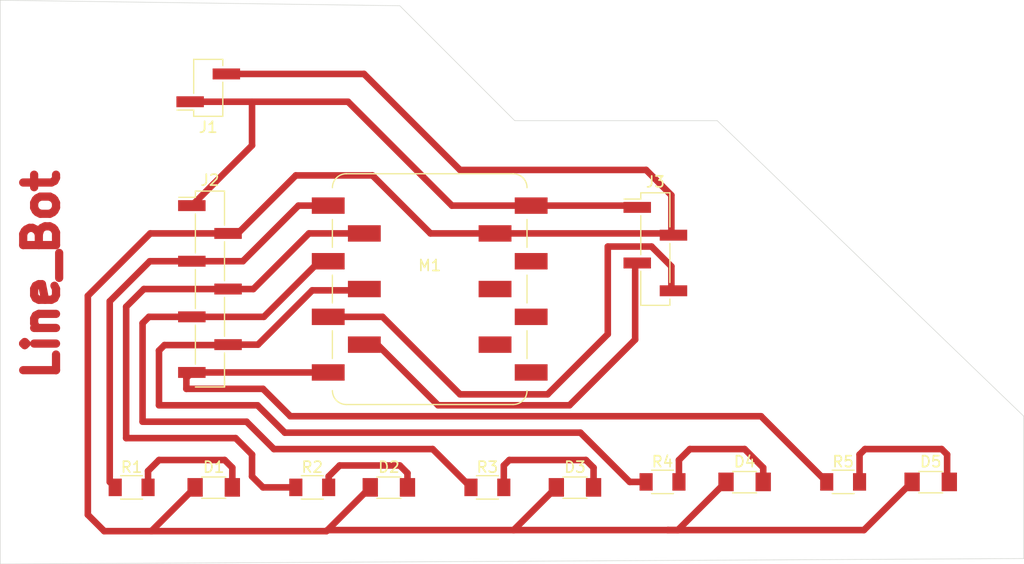
<source format=kicad_pcb>
(kicad_pcb (version 20240108) (generator "pcbnew") (generator_version "8.0")
  (layers (0 "F.Cu" signal) (31 "B.Cu" signal) (34 "B.Paste" user) (35 "F.Paste" user) (36 "B.SilkS" user "B.Silkscreen") (37 "F.SilkS" user "F.Silkscreen") (38 "B.Mask" user) (39 "F.Mask" user) (44 "Edge.Cuts" user))
  (net 0 "")
  (net 1 "Net-(D1-A)")
  (net 2 "GND")
  (net 3 "Net-(D2-A)")
  (net 4 "Net-(D3-A)")
  (net 5 "Net-(D4-A)")
  (net 6 "Net-(D5-A)")
  (net 7 "5V")
  (net 8 "A4")
  (net 9 "A1")
  (net 10 "A3")
  (net 11 "A0")
  (net 12 "A2")
  (net 13 "SDA")
  (net 14 "SCL")
  (footprint "fab:R_1206" (layer "F.Cu") (at 178.5 114.5)
    (property "Reference" "R2" (at 0 -1.85 0) (layer "F.SilkS"))
    (property "Value" "R_1206")
    (fp_line (start -1 -1.07) (end 1 -1.07) (stroke (width 0.12)) (layer "F.SilkS"))
    (fp_line (start 1 1.07) (end -1 1.07) (stroke (width 0.12)) (layer "F.SilkS"))
    (pad "1" smd rect (at -1.5 0) (size 1.2 1.6) (layers "F.Cu" "F.Paste" "F.Mask") (net 9 "A1"))
    (pad "2" smd rect (at 1.5 0) (size 1.2 1.6) (layers "F.Cu" "F.Paste" "F.Mask") (net 3 "Net-(D2-A)"))
  )
  (footprint "fab:LED_1206" (layer "F.Cu") (at 185.5 114.5)
    (property "Reference" "D2" (at 0 -1.85 0) (layer "F.SilkS"))
    (property "Value" "LED_1206")
    (fp_line (start -1.1 -0.95) (end 1.1 -0.95) (stroke (width 0.12)) (layer "F.SilkS"))
    (fp_line (start -1.1 1) (end 1.1 1) (stroke (width 0.12)) (layer "F.SilkS"))
    (pad "1" smd rect (at -1.7 0) (size 1.4 1.7) (layers "F.Cu" "F.Paste" "F.Mask") (net 2 "GND"))
    (pad "2" smd rect (at 1.7 0) (size 1.4 1.7) (layers "F.Cu" "F.Paste" "F.Mask") (net 3 "Net-(D2-A)"))
  )
  (footprint "fab:R_1206" (layer "F.Cu") (at 210.5 114)
    (property "Reference" "R4" (at 0 -1.85 0) (layer "F.SilkS"))
    (property "Value" "R_1206")
    (fp_line (start -1 -1.07) (end 1 -1.07) (stroke (width 0.12)) (layer "F.SilkS"))
    (fp_line (start 1 1.07) (end -1 1.07) (stroke (width 0.12)) (layer "F.SilkS"))
    (pad "1" smd rect (at -1.5 0) (size 1.2 1.6) (layers "F.Cu" "F.Paste" "F.Mask") (net 10 "A3"))
    (pad "2" smd rect (at 1.5 0) (size 1.2 1.6) (layers "F.Cu" "F.Paste" "F.Mask") (net 5 "Net-(D4-A)"))
  )
  (footprint "fab:LED_1206" (layer "F.Cu") (at 202.5 114.5)
    (property "Reference" "D3" (at 0 -1.85 0) (layer "F.SilkS"))
    (property "Value" "LED_1206")
    (fp_line (start -1.1 -0.95) (end 1.1 -0.95) (stroke (width 0.12)) (layer "F.SilkS"))
    (fp_line (start -1.1 1) (end 1.1 1) (stroke (width 0.12)) (layer "F.SilkS"))
    (pad "1" smd rect (at -1.7 0) (size 1.4 1.7) (layers "F.Cu" "F.Paste" "F.Mask") (net 2 "GND"))
    (pad "2" smd rect (at 1.7 0) (size 1.4 1.7) (layers "F.Cu" "F.Paste" "F.Mask") (net 4 "Net-(D3-A)"))
  )
  (footprint "fab:LED_1206" (layer "F.Cu") (at 235 114)
    (property "Reference" "D5" (at 0 -1.85 0) (layer "F.SilkS"))
    (property "Value" "LED_1206")
    (fp_line (start -1.1 -0.95) (end 1.1 -0.95) (stroke (width 0.12)) (layer "F.SilkS"))
    (fp_line (start -1.1 1) (end 1.1 1) (stroke (width 0.12)) (layer "F.SilkS"))
    (pad "1" smd rect (at -1.7 0) (size 1.4 1.7) (layers "F.Cu" "F.Paste" "F.Mask") (net 2 "GND"))
    (pad "2" smd rect (at 1.7 0) (size 1.4 1.7) (layers "F.Cu" "F.Paste" "F.Mask") (net 6 "Net-(D5-A)"))
  )
  (footprint "fab:R_1206" (layer "F.Cu") (at 162 114.5)
    (property "Reference" "R1" (at 0 -1.85 0) (layer "F.SilkS"))
    (property "Value" "R_1206")
    (fp_line (start -1 -1.07) (end 1 -1.07) (stroke (width 0.12)) (layer "F.SilkS"))
    (fp_line (start 1 1.07) (end -1 1.07) (stroke (width 0.12)) (layer "F.SilkS"))
    (pad "1" smd rect (at -1.5 0) (size 1.2 1.6) (layers "F.Cu" "F.Paste" "F.Mask") (net 11 "A0"))
    (pad "2" smd rect (at 1.5 0) (size 1.2 1.6) (layers "F.Cu" "F.Paste" "F.Mask") (net 1 "Net-(D1-A)"))
  )
  (footprint "Connector_PinHeader_2.54mm:PinHeader_1x02_P2.54mm_Vertical_SMD_Pin1Right" (layer "F.Cu") (at 169 78 180)
    (property "Reference" "J1" (at 0 -3.6 360) (layer "F.SilkS"))
    (property "Value" "PinHeader_01x02_P2.54mm_Horizontal_SMD")
    (fp_line (start 1.33 -0.51) (end 1.33 2.6) (stroke (width 0.12)) (layer "F.SilkS"))
    (fp_line (start 1.33 -2.03) (end 2.85 -2.03) (stroke (width 0.12)) (layer "F.SilkS"))
    (fp_line (start 1.33 -2.6) (end 1.33 -2.03) (stroke (width 0.12)) (layer "F.SilkS"))
    (fp_line (start -1.33 2.6) (end 1.33 2.6) (stroke (width 0.12)) (layer "F.SilkS"))
    (fp_line (start -1.33 2.03) (end -1.33 2.6) (stroke (width 0.12)) (layer "F.SilkS"))
    (fp_line (start -1.33 -2.6) (end 1.33 -2.6) (stroke (width 0.12)) (layer "F.SilkS"))
    (fp_line (start -1.33 -2.6) (end -1.33 0.51) (stroke (width 0.12)) (layer "F.SilkS"))
    (pad "1" smd rect (at 1.655 -1.27 180) (size 2.51 1) (layers "F.Cu" "F.Paste" "F.Mask") (net 7 "5V"))
    (pad "2" smd rect (at -1.655 1.27 180) (size 2.51 1) (layers "F.Cu" "F.Paste" "F.Mask") (net 2 "GND"))
  )
  (footprint "fab:R_1206" (layer "F.Cu") (at 227 114)
    (property "Reference" "R5" (at 0 -1.85 0) (layer "F.SilkS"))
    (property "Value" "R_1206")
    (fp_line (start -1 -1.07) (end 1 -1.07) (stroke (width 0.12)) (layer "F.SilkS"))
    (fp_line (start 1 1.07) (end -1 1.07) (stroke (width 0.12)) (layer "F.SilkS"))
    (pad "1" smd rect (at -1.5 0) (size 1.2 1.6) (layers "F.Cu" "F.Paste" "F.Mask") (net 8 "A4"))
    (pad "2" smd rect (at 1.5 0) (size 1.2 1.6) (layers "F.Cu" "F.Paste" "F.Mask") (net 6 "Net-(D5-A)"))
  )
  (footprint "fab:LED_1206" (layer "F.Cu") (at 218 114)
    (property "Reference" "D4" (at 0 -1.85 0) (layer "F.SilkS"))
    (property "Value" "LED_1206")
    (fp_line (start -1.1 -0.95) (end 1.1 -0.95) (stroke (width 0.12)) (layer "F.SilkS"))
    (fp_line (start -1.1 1) (end 1.1 1) (stroke (width 0.12)) (layer "F.SilkS"))
    (pad "1" smd rect (at -1.7 0) (size 1.4 1.7) (layers "F.Cu" "F.Paste" "F.Mask") (net 2 "GND"))
    (pad "2" smd rect (at 1.7 0) (size 1.4 1.7) (layers "F.Cu" "F.Paste" "F.Mask") (net 5 "Net-(D4-A)"))
  )
  (footprint "Connector_PinHeader_2.54mm:PinHeader_1x07_P2.54mm_Vertical_SMD_Pin1Left" (layer "F.Cu") (at 169.155 96.38)
    (property "Reference" "J2" (at 0 -9.95 0) (layer "F.SilkS"))
    (property "Value" "PinHeader_01x07_P2.54mm_Horizontal_SMD")
    (fp_line (start -1.33 -8.95) (end -1.33 -8.38) (stroke (width 0.12)) (layer "F.SilkS"))
    (fp_line (start -1.33 -8.95) (end 1.33 -8.95) (stroke (width 0.12)) (layer "F.SilkS"))
    (fp_line (start -1.33 -8.38) (end -2.85 -8.38) (stroke (width 0.12)) (layer "F.SilkS"))
    (fp_line (start -1.33 -6.86) (end -1.33 -3.3) (stroke (width 0.12)) (layer "F.SilkS"))
    (fp_line (start -1.33 -1.78) (end -1.33 1.78) (stroke (width 0.12)) (layer "F.SilkS"))
    (fp_line (start -1.33 3.3) (end -1.33 6.86) (stroke (width 0.12)) (layer "F.SilkS"))
    (fp_line (start -1.33 8.95) (end 1.33 8.95) (stroke (width 0.12)) (layer "F.SilkS"))
    (fp_line (start 1.33 -8.95) (end 1.33 -5.84) (stroke (width 0.12)) (layer "F.SilkS"))
    (fp_line (start 1.33 -4.32) (end 1.33 -0.76) (stroke (width 0.12)) (layer "F.SilkS"))
    (fp_line (start 1.33 0.76) (end 1.33 4.32) (stroke (width 0.12)) (layer "F.SilkS"))
    (fp_line (start 1.33 5.84) (end 1.33 8.95) (stroke (width 0.12)) (layer "F.SilkS"))
    (fp_line (start 1.33 8.38) (end 1.33 8.95) (stroke (width 0.12)) (layer "F.SilkS"))
    (pad "1" smd rect (at -1.655 -7.62) (size 2.51 1) (layers "F.Cu" "F.Paste" "F.Mask") (net 7 "5V"))
    (pad "2" smd rect (at 1.655 -5.08) (size 2.51 1) (layers "F.Cu" "F.Paste" "F.Mask") (net 2 "GND"))
    (pad "3" smd rect (at -1.655 -2.54) (size 2.51 1) (layers "F.Cu" "F.Paste" "F.Mask") (net 11 "A0"))
    (pad "4" smd rect (at 1.655 0) (size 2.51 1) (layers "F.Cu" "F.Paste" "F.Mask") (net 9 "A1"))
    (pad "5" smd rect (at -1.655 2.54) (size 2.51 1) (layers "F.Cu" "F.Paste" "F.Mask") (net 12 "A2"))
    (pad "6" smd rect (at 1.655 5.08) (size 2.51 1) (layers "F.Cu" "F.Paste" "F.Mask") (net 10 "A3"))
    (pad "7" smd rect (at -1.655 7.62) (size 2.51 1) (layers "F.Cu" "F.Paste" "F.Mask") (net 8 "A4"))
  )
  (footprint "fab:Module_XIAO_Generic_SocketSMD" (layer "F.Cu") (at 189.23 96.38)
    (property "Reference" "M1" (at 0.0025 -2.149 0) (layer "F.SilkS"))
    (property "Value" "Module_XIAO_Generic_SocketSMD")
    (fp_line (start -8.89 -6.35) (end -8.89 -3.81) (stroke (width 0.12)) (layer "F.SilkS"))
    (fp_line (start -8.89 -1.27) (end -8.89 1.27) (stroke (width 0.12)) (layer "F.SilkS"))
    (fp_line (start -8.89 3.81) (end -8.89 6.35) (stroke (width 0.12)) (layer "F.SilkS"))
    (fp_line (start -7.6175 -10.531) (end 7.6225 -10.531) (stroke (width 0.12)) (layer "F.SilkS"))
    (fp_line (start 7.6225 10.551) (end -7.6175 10.551) (stroke (width 0.12)) (layer "F.SilkS"))
    (fp_line (start 8.89 -6.35) (end 8.89 -3.81) (stroke (width 0.12)) (layer "F.SilkS"))
    (fp_line (start 8.89 -1.27) (end 8.89 1.27) (stroke (width 0.12)) (layer "F.SilkS"))
    (fp_line (start 8.89 3.81) (end 8.89 6.35) (stroke (width 0.12)) (layer "F.SilkS"))
    (fp_arc (start -8.8875 -9.261) (mid -8.515526 -10.159026) (end -7.6175 -10.531) (stroke (width 0.12)) (layer "F.SilkS"))
    (fp_arc (start -7.6175 10.551) (mid -8.515526 10.179026) (end -8.8875 9.281) (stroke (width 0.12)) (layer "F.SilkS"))
    (fp_arc (start 7.6225 -10.531) (mid 8.520526 -10.159026) (end 8.8925 -9.261) (stroke (width 0.12)) (layer "F.SilkS"))
    (fp_arc (start 8.8925 9.281) (mid 8.520526 10.179026) (end 7.6225 10.551) (stroke (width 0.12)) (layer "F.SilkS"))
    (pad "1" smd rect (at -9.27 -7.62) (size 3 1.5) (layers "F.Cu" "F.Paste" "F.Mask") (net 11 "A0"))
    (pad "2" smd rect (at -5.97 -5.08) (size 3 1.5) (layers "F.Cu" "F.Paste" "F.Mask") (net 9 "A1"))
    (pad "3" smd rect (at -9.27 -2.54) (size 3 1.5) (layers "F.Cu" "F.Paste" "F.Mask") (net 12 "A2"))
    (pad "4" smd rect (at -5.97 0) (size 3 1.5) (layers "F.Cu" "F.Paste" "F.Mask") (net 10 "A3"))
    (pad "5" smd rect (at -9.27 2.54) (size 3 1.5) (layers "F.Cu" "F.Paste" "F.Mask") (net 13 "SDA"))
    (pad "6" smd rect (at -5.97 5.08) (size 3 1.5) (layers "F.Cu" "F.Paste" "F.Mask") (net 14 "SCL"))
    (pad "7" smd rect (at -9.27 7.62) (size 3 1.5) (layers "F.Cu" "F.Paste" "F.Mask") (net 8 "A4"))
    (pad "8" smd rect (at 9.27 7.62) (size 3 1.5) (layers "F.Cu" "F.Paste" "F.Mask"))
    (pad "9" smd rect (at 5.97 5.08) (size 3 1.5) (layers "F.Cu" "F.Paste" "F.Mask"))
    (pad "10" smd rect (at 9.27 2.54) (size 3 1.5) (layers "F.Cu" "F.Paste" "F.Mask"))
    (pad "11" smd rect (at 5.97 0) (size 3 1.5) (layers "F.Cu" "F.Paste" "F.Mask"))
    (pad "12" smd rect (at 9.27 -2.54) (size 3 1.5) (layers "F.Cu" "F.Paste" "F.Mask"))
    (pad "13" smd rect (at 5.97 -5.08) (size 3 1.5) (layers "F.Cu" "F.Paste" "F.Mask") (net 2 "GND"))
    (pad "14" smd rect (at 9.27 -7.62) (size 3 1.5) (layers "F.Cu" "F.Paste" "F.Mask") (net 7 "5V"))
  )
  (footprint "fab:LED_1206" (layer "F.Cu") (at 169.5 114.5)
    (property "Reference" "D1" (at 0 -1.85 0) (layer "F.SilkS"))
    (property "Value" "LED_1206")
    (fp_line (start -1.1 -0.95) (end 1.1 -0.95) (stroke (width 0.12)) (layer "F.SilkS"))
    (fp_line (start -1.1 1) (end 1.1 1) (stroke (width 0.12)) (layer "F.SilkS"))
    (pad "1" smd rect (at -1.7 0) (size 1.4 1.7) (layers "F.Cu" "F.Paste" "F.Mask") (net 2 "GND"))
    (pad "2" smd rect (at 1.7 0) (size 1.4 1.7) (layers "F.Cu" "F.Paste" "F.Mask") (net 1 "Net-(D1-A)"))
  )
  (footprint "fab:R_1206" (layer "F.Cu") (at 194.5 114.5)
    (property "Reference" "R3" (at 0 -1.85 0) (layer "F.SilkS"))
    (property "Value" "R_1206")
    (fp_line (start -1 -1.07) (end 1 -1.07) (stroke (width 0.12)) (layer "F.SilkS"))
    (fp_line (start 1 1.07) (end -1 1.07) (stroke (width 0.12)) (layer "F.SilkS"))
    (pad "1" smd rect (at -1.5 0) (size 1.2 1.6) (layers "F.Cu" "F.Paste" "F.Mask") (net 12 "A2"))
    (pad "2" smd rect (at 1.5 0) (size 1.2 1.6) (layers "F.Cu" "F.Paste" "F.Mask") (net 4 "Net-(D3-A)"))
  )
  (footprint "Connector_PinHeader_2.54mm:PinHeader_1x04_P2.54mm_Vertical_SMD_Pin1Left" (layer "F.Cu") (at 209.845 92.73)
    (property "Reference" "J3" (at 0 -6.14 360) (layer "F.SilkS"))
    (property "Value" "PinHeader_01x04_P2.54mm_Horizontal_SMD")
    (fp_line (start -1.33 -5.14) (end -1.33 -4.57) (stroke (width 0.12)) (layer "F.SilkS"))
    (fp_line (start -1.33 -5.14) (end 1.33 -5.14) (stroke (width 0.12)) (layer "F.SilkS"))
    (fp_line (start -1.33 -4.57) (end -2.85 -4.57) (stroke (width 0.12)) (layer "F.SilkS"))
    (fp_line (start -1.33 -3.05) (end -1.33 0.51) (stroke (width 0.12)) (layer "F.SilkS"))
    (fp_line (start -1.33 2.03) (end -1.33 5.14) (stroke (width 0.12)) (layer "F.SilkS"))
    (fp_line (start -1.33 5.14) (end 1.33 5.14) (stroke (width 0.12)) (layer "F.SilkS"))
    (fp_line (start 1.33 -5.14) (end 1.33 -2.03) (stroke (width 0.12)) (layer "F.SilkS"))
    (fp_line (start 1.33 -0.51) (end 1.33 3.05) (stroke (width 0.12)) (layer "F.SilkS"))
    (fp_line (start 1.33 4.57) (end 1.33 5.14) (stroke (width 0.12)) (layer "F.SilkS"))
    (pad "1" smd rect (at -1.655 -3.81) (size 2.51 1) (layers "F.Cu" "F.Paste" "F.Mask") (net 7 "5V"))
    (pad "2" smd rect (at 1.655 -1.27) (size 2.51 1) (layers "F.Cu" "F.Paste" "F.Mask") (net 2 "GND"))
    (pad "3" smd rect (at -1.655 1.27) (size 2.51 1) (layers "F.Cu" "F.Paste" "F.Mask") (net 14 "SCL"))
    (pad "4" smd rect (at 1.655 3.81) (size 2.51 1) (layers "F.Cu" "F.Paste" "F.Mask") (net 13 "SDA"))
  )
  (gr_line (start 243.5 121) (end 243.5 108) (stroke (width 0.05)) (layer "Edge.Cuts"))
  (gr_line (start 215.5 81) (end 197 81) (stroke (width 0.05)) (layer "Edge.Cuts"))
  (gr_line (start 186.5 70.5) (end 150 70) (stroke (width 0.05)) (layer "Edge.Cuts"))
  (gr_line (start 197 81) (end 186.5 70.5) (stroke (width 0.05)) (layer "Edge.Cuts"))
  (gr_line (start 150 121.5) (end 243.5 121) (stroke (width 0.05)) (layer "Edge.Cuts"))
  (gr_line (start 243.5 108) (end 215.5 81) (stroke (width 0.05)) (layer "Edge.Cuts"))
  (gr_line (start 150 70) (end 150 121.5) (stroke (width 0.05)) (layer "Edge.Cuts"))
  (gr_text "Line_Bot" (at 155.5 105 90) (layer "F.Cu") (effects (font (size 3 3) (thickness 0.75) (bold yes)) (justify left bottom)))
  (segment (start 163.5 113) (end 163.5 114.5) (width 0.6) (layer "F.Cu") (net 1))
  (segment (start 171.2 112.7) (end 170.5 112) (width 0.6) (layer "F.Cu") (net 1))
  (segment (start 171.2 114.5) (end 171.2 112.7) (width 0.6) (layer "F.Cu") (net 1))
  (segment (start 164.5 112) (end 163.5 113) (width 0.6) (layer "F.Cu") (net 1))
  (segment (start 170.5 112) (end 164.5 112) (width 0.6) (layer "F.Cu") (net 1))
  (segment (start 163.8 118.5) (end 159.5 118.5) (width 0.6) (layer "F.Cu") (net 2))
  (segment (start 179.8 118.5) (end 163.8 118.5) (width 0.6) (layer "F.Cu") (net 2))
  (segment (start 211 118.4) (end 196.9 118.4) (width 0.6) (layer "F.Cu") (net 2))
  (segment (start 211.9 118.4) (end 211 118.4) (width 0.6) (layer "F.Cu") (net 2))
  (segment (start 170.81 91.3) (end 171.7 91.3) (width 0.6) (layer "F.Cu") (net 2))
  (segment (start 200.8 114.5) (end 196.9 118.4) (width 0.6) (layer "F.Cu") (net 2))
  (segment (start 228.9 118.4) (end 211 118.4) (width 0.6) (layer "F.Cu") (net 2))
  (segment (start 216.3 114) (end 211.9 118.4) (width 0.6) (layer "F.Cu") (net 2))
  (segment (start 163.7 91.3) (end 170.81 91.3) (width 0.6) (layer "F.Cu") (net 2))
  (segment (start 195.2 91.3) (end 211.34 91.3) (width 0.6) (layer "F.Cu") (net 2))
  (segment (start 183.23 76.73) (end 192 85.5) (width 0.6) (layer "F.Cu") (net 2))
  (segment (start 158 117) (end 158 97) (width 0.6) (layer "F.Cu") (net 2))
  (segment (start 170.655 76.73) (end 183.23 76.73) (width 0.6) (layer "F.Cu") (net 2))
  (segment (start 196.9 118.4) (end 179.9 118.4) (width 0.6) (layer "F.Cu") (net 2))
  (segment (start 189.3 91.3) (end 195.2 91.3) (width 0.6) (layer "F.Cu") (net 2))
  (segment (start 158 97) (end 163.7 91.3) (width 0.6) (layer "F.Cu") (net 2))
  (segment (start 171.7 91.3) (end 177 86) (width 0.6) (layer "F.Cu") (net 2))
  (segment (start 192 85.5) (end 209 85.5) (width 0.6) (layer "F.Cu") (net 2))
  (segment (start 211.31 87.81) (end 211.31 91.46) (width 0.6) (layer "F.Cu") (net 2))
  (segment (start 159.5 118.5) (end 158 117) (width 0.6) (layer "F.Cu") (net 2))
  (segment (start 184 86) (end 189.3 91.3) (width 0.6) (layer "F.Cu") (net 2))
  (segment (start 183.8 114.5) (end 179.9 118.4) (width 0.6) (layer "F.Cu") (net 2))
  (segment (start 167.8 114.5) (end 163.8 118.5) (width 0.6) (layer "F.Cu") (net 2))
  (segment (start 179.9 118.4) (end 179.8 118.5) (width 0.6) (layer "F.Cu") (net 2))
  (segment (start 233.3 114) (end 228.9 118.4) (width 0.6) (layer "F.Cu") (net 2))
  (segment (start 177 86) (end 184 86) (width 0.6) (layer "F.Cu") (net 2))
  (segment (start 209 85.5) (end 211.31 87.81) (width 0.6) (layer "F.Cu") (net 2))
  (segment (start 211.34 91.3) (end 211.5 91.46) (width 0.6) (layer "F.Cu") (net 2))
  (segment (start 181 112.5) (end 180 113.5) (width 0.6) (layer "F.Cu") (net 3))
  (segment (start 187.2 114.5) (end 187.2 113.2) (width 0.6) (layer "F.Cu") (net 3))
  (segment (start 186.5 112.5) (end 181 112.5) (width 0.6) (layer "F.Cu") (net 3))
  (segment (start 180 113.5) (end 180 114.5) (width 0.6) (layer "F.Cu") (net 3))
  (segment (start 187.2 113.2) (end 186.5 112.5) (width 0.6) (layer "F.Cu") (net 3))
  (segment (start 196 114.5) (end 196 112.5) (width 0.6) (layer "F.Cu") (net 4))
  (segment (start 196.5 112) (end 203.5 112) (width 0.6) (layer "F.Cu") (net 4))
  (segment (start 203.5 112) (end 204.2 112.7) (width 0.6) (layer "F.Cu") (net 4))
  (segment (start 204.2 112.7) (end 204.2 114.5) (width 0.6) (layer "F.Cu") (net 4))
  (segment (start 196 112.5) (end 196.5 112) (width 0.6) (layer "F.Cu") (net 4))
  (segment (start 219.7 112.7) (end 219.7 114) (width 0.6) (layer "F.Cu") (net 5))
  (segment (start 213 111) (end 218 111) (width 0.6) (layer "F.Cu") (net 5))
  (segment (start 212 112) (end 213 111) (width 0.6) (layer "F.Cu") (net 5))
  (segment (start 218 111) (end 219.7 112.7) (width 0.6) (layer "F.Cu") (net 5))
  (segment (start 212 114) (end 212 112) (width 0.6) (layer "F.Cu") (net 5))
  (segment (start 236.5 111.5) (end 236.5 113.8) (width 0.6) (layer "F.Cu") (net 6))
  (segment (start 229 111) (end 236 111) (width 0.6) (layer "F.Cu") (net 6))
  (segment (start 228.5 114) (end 228.5 111.5) (width 0.6) (layer "F.Cu") (net 6))
  (segment (start 236 111) (end 236.5 111.5) (width 0.6) (layer "F.Cu") (net 6))
  (segment (start 228.5 111.5) (end 229 111) (width 0.6) (layer "F.Cu") (net 6))
  (segment (start 236.5 113.8) (end 236.7 114) (width 0.6) (layer "F.Cu") (net 6))
  (segment (start 173 79.27) (end 167.345 79.27) (width 0.6) (layer "F.Cu") (net 7))
  (segment (start 191.26 88.76) (end 181.77 79.27) (width 0.6) (layer "F.Cu") (net 7))
  (segment (start 207.84 88.76) (end 198.5 88.76) (width 0.6) (layer "F.Cu") (net 7))
  (segment (start 181.77 79.27) (end 173 79.27) (width 0.6) (layer "F.Cu") (net 7))
  (segment (start 173 83.26) (end 173 79.27) (width 0.6) (layer "F.Cu") (net 7))
  (segment (start 167.5 88.76) (end 173 83.26) (width 0.6) (layer "F.Cu") (net 7))
  (segment (start 198.5 88.76) (end 191.26 88.76) (width 0.6) (layer "F.Cu") (net 7))
  (segment (start 225.5 114) (end 219.5 108) (width 0.6) (layer "F.Cu") (net 8))
  (segment (start 174 105.5) (end 167 105.5) (width 0.6) (layer "F.Cu") (net 8))
  (segment (start 167.5 104) (end 179.96 104) (width 0.6) (layer "F.Cu") (net 8))
  (segment (start 167 104.5) (end 167.5 104) (width 0.6) (layer "F.Cu") (net 8))
  (segment (start 167 105.5) (end 167 104.5) (width 0.6) (layer "F.Cu") (net 8))
  (segment (start 176.5 108) (end 174 105.5) (width 0.6) (layer "F.Cu") (net 8))
  (segment (start 219.5 108) (end 176.5 108) (width 0.6) (layer "F.Cu") (net 8))
  (segment (start 161.5 110) (end 161.5 98) (width 0.6) (layer "F.Cu") (net 9))
  (segment (start 163.12 96.38) (end 170.81 96.38) (width 0.6) (layer "F.Cu") (net 9))
  (segment (start 170.81 96.38) (end 173.12 96.38) (width 0.6) (layer "F.Cu") (net 9))
  (segment (start 173.12 96.38) (end 178.2 91.3) (width 0.6) (layer "F.Cu") (net 9))
  (segment (start 173 113.5) (end 173 111.5) (width 0.6) (layer "F.Cu") (net 9))
  (segment (start 178.2 91.3) (end 183.26 91.3) (width 0.6) (layer "F.Cu") (net 9))
  (segment (start 173 111.5) (end 171.5 110) (width 0.6) (layer "F.Cu") (net 9))
  (segment (start 174 114.5) (end 173 113.5) (width 0.6) (layer "F.Cu") (net 9))
  (segment (start 171.5 110) (end 161.5 110) (width 0.6) (layer "F.Cu") (net 9))
  (segment (start 177 114.5) (end 174 114.5) (width 0.6) (layer "F.Cu") (net 9))
  (segment (start 161.5 98) (end 163.12 96.38) (width 0.6) (layer "F.Cu") (net 9))
  (segment (start 170.81 101.46) (end 173.54 101.46) (width 0.6) (layer "F.Cu") (net 10))
  (segment (start 183.14 96.5) (end 183.26 96.38) (width 0.6) (layer "F.Cu") (net 10))
  (segment (start 173.5 107) (end 164.5 107) (width 0.6) (layer "F.Cu") (net 10))
  (segment (start 164.5 107) (end 164.5 102) (width 0.6) (layer "F.Cu") (net 10))
  (segment (start 165 101.5) (end 170.77 101.5) (width 0.6) (layer "F.Cu") (net 10))
  (segment (start 203 109.5) (end 176 109.5) (width 0.6) (layer "F.Cu") (net 10))
  (segment (start 170.77 101.5) (end 170.81 101.46) (width 0.6) (layer "F.Cu") (net 10))
  (segment (start 173.54 101.46) (end 178.5 96.5) (width 0.6) (layer "F.Cu") (net 10))
  (segment (start 209 114) (end 207.5 114) (width 0.6) (layer "F.Cu") (net 10))
  (segment (start 207.5 114) (end 203 109.5) (width 0.6) (layer "F.Cu") (net 10))
  (segment (start 176 109.5) (end 173.5 107) (width 0.6) (layer "F.Cu") (net 10))
  (segment (start 178.5 96.5) (end 183.14 96.5) (width 0.6) (layer "F.Cu") (net 10))
  (segment (start 164.5 102) (end 165 101.5) (width 0.6) (layer "F.Cu") (net 10))
  (segment (start 177.24 88.76) (end 179.96 88.76) (width 0.6) (layer "F.Cu") (net 11))
  (segment (start 160.5 114.5) (end 160 114) (width 0.6) (layer "F.Cu") (net 11))
  (segment (start 167.5 93.84) (end 172.16 93.84) (width 0.6) (layer "F.Cu") (net 11))
  (segment (start 163.66 93.84) (end 167.5 93.84) (width 0.6) (layer "F.Cu") (net 11))
  (segment (start 160 97.5) (end 163.66 93.84) (width 0.6) (layer "F.Cu") (net 11))
  (segment (start 172.16 93.84) (end 177.24 88.76) (width 0.6) (layer "F.Cu") (net 11))
  (segment (start 160 114) (end 160 97.5) (width 0.6) (layer "F.Cu") (net 11))
  (segment (start 179.16 93.84) (end 179.96 93.84) (width 0.6) (layer "F.Cu") (net 12))
  (segment (start 175 111) (end 189.5 111) (width 0.6) (layer "F.Cu") (net 12))
  (segment (start 189.5 111) (end 193 114.5) (width 0.6) (layer "F.Cu") (net 12))
  (segment (start 174.08 98.92) (end 179.16 93.84) (width 0.6) (layer "F.Cu") (net 12))
  (segment (start 163 99.5) (end 163 108.5) (width 0.6) (layer "F.Cu") (net 12))
  (segment (start 163 108.5) (end 172.5 108.5) (width 0.6) (layer "F.Cu") (net 12))
  (segment (start 163.58 98.92) (end 163 99.5) (width 0.6) (layer "F.Cu") (net 12))
  (segment (start 172.5 108.5) (end 175 111) (width 0.6) (layer "F.Cu") (net 12))
  (segment (start 167.5 98.92) (end 174.08 98.92) (width 0.6) (layer "F.Cu") (net 12))
  (segment (start 167.5 98.92) (end 163.58 98.92) (width 0.6) (layer "F.Cu") (net 12))
  (segment (start 209.5 92.5) (end 205.5 92.5) (width 0.6) (layer "F.Cu") (net 13))
  (segment (start 192 106) (end 184.92 98.92) (width 0.6) (layer "F.Cu") (net 13))
  (segment (start 200 106) (end 192 106) (width 0.6) (layer "F.Cu") (net 13))
  (segment (start 211.31 96.54) (end 211.31 94.31) (width 0.6) (layer "F.Cu") (net 13))
  (segment (start 184.92 98.92) (end 179.96 98.92) (width 0.6) (layer "F.Cu") (net 13))
  (segment (start 211.31 94.31) (end 209.5 92.5) (width 0.6) (layer "F.Cu") (net 13))
  (segment (start 205.5 92.5) (end 205.5 100.5) (width 0.6) (layer "F.Cu") (net 13))
  (segment (start 205.5 100.5) (end 200 106) (width 0.6) (layer "F.Cu") (net 13))
  (segment (start 190 107) (end 184.46 101.46) (width 0.6) (layer "F.Cu") (net 14))
  (segment (start 208 101) (end 202 107) (width 0.6) (layer "F.Cu") (net 14))
  (segment (start 208 94) (end 208 101) (width 0.6) (layer "F.Cu") (net 14))
  (segment (start 184.46 101.46) (end 183.26 101.46) (width 0.6) (layer "F.Cu") (net 14))
  (segment (start 202 107) (end 190 107) (width 0.6) (layer "F.Cu") (net 14))
)
</source>
